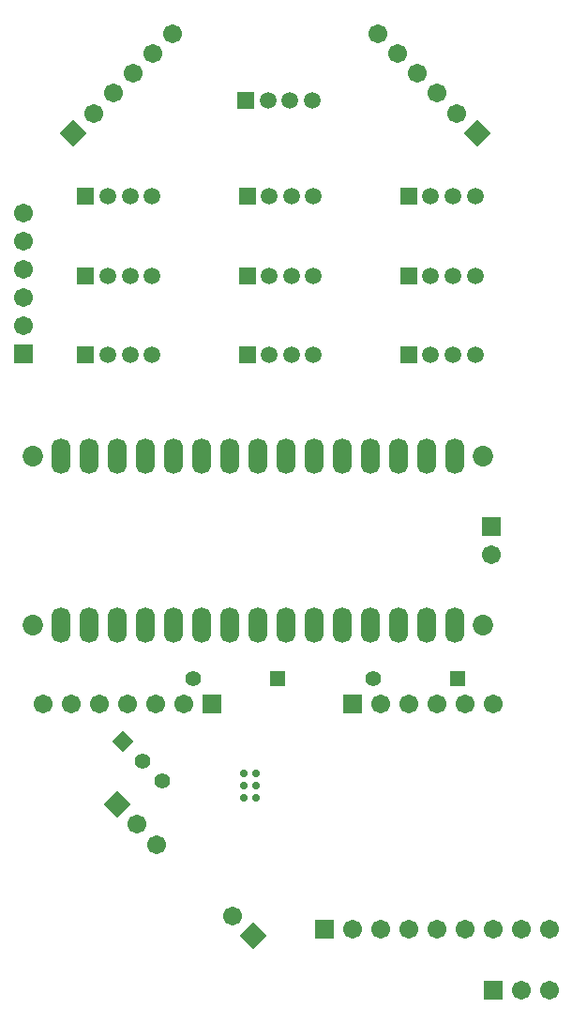
<source format=gts>
G04*
G04 #@! TF.GenerationSoftware,Altium Limited,Altium Designer,19.1.8 (144)*
G04*
G04 Layer_Color=8388736*
%FSLAX25Y25*%
%MOIN*%
G70*
G01*
G75*
%ADD13R,0.06706X0.06706*%
%ADD14C,0.06706*%
%ADD15P,0.09483X4X360.0*%
%ADD16R,0.05524X0.05524*%
%ADD17C,0.05524*%
%ADD18P,0.07813X4X360.0*%
%ADD19R,0.06706X0.06706*%
%ADD20P,0.09483X4X90.0*%
%ADD21R,0.05950X0.05950*%
%ADD22C,0.05950*%
%ADD23O,0.06800X0.12611*%
%ADD24C,0.07296*%
%ADD25C,0.02769*%
D13*
X177000Y181500D02*
D03*
X10400Y242697D02*
D03*
D14*
X177000Y171500D02*
D03*
X50929Y75571D02*
D03*
X58000Y68500D02*
D03*
X137467Y38197D02*
D03*
X147467D02*
D03*
X157467D02*
D03*
X167467D02*
D03*
X177467D02*
D03*
X187467D02*
D03*
X197467D02*
D03*
X127467D02*
D03*
X85000Y43000D02*
D03*
X164681Y328126D02*
D03*
X157610Y335197D02*
D03*
X150539Y342268D02*
D03*
X143468Y349339D02*
D03*
X136397Y356410D02*
D03*
X35379Y328126D02*
D03*
X42450Y335197D02*
D03*
X49521Y342268D02*
D03*
X56592Y349339D02*
D03*
X63663Y356410D02*
D03*
X10400Y252697D02*
D03*
Y262697D02*
D03*
Y272697D02*
D03*
Y282697D02*
D03*
Y292697D02*
D03*
X17467Y118197D02*
D03*
X27467D02*
D03*
X37467D02*
D03*
X47467D02*
D03*
X67467D02*
D03*
X57467D02*
D03*
X137467D02*
D03*
X147467D02*
D03*
X157467D02*
D03*
X167467D02*
D03*
X177467D02*
D03*
X187467Y16697D02*
D03*
X197467D02*
D03*
D15*
X43858Y82642D02*
D03*
X92071Y35929D02*
D03*
X171752Y321055D02*
D03*
D16*
X165000Y127500D02*
D03*
X101000D02*
D03*
D17*
X135000D02*
D03*
X71000D02*
D03*
X52929Y98071D02*
D03*
X60000Y91000D02*
D03*
D18*
X45858Y105142D02*
D03*
D19*
X117467Y38197D02*
D03*
X77467Y118197D02*
D03*
X127467D02*
D03*
X177467Y16697D02*
D03*
D20*
X28308Y321055D02*
D03*
D21*
X32654Y298697D02*
D03*
Y270447D02*
D03*
Y242197D02*
D03*
X147471D02*
D03*
Y270447D02*
D03*
Y298697D02*
D03*
X89589Y332697D02*
D03*
X90062Y298697D02*
D03*
Y270447D02*
D03*
Y242197D02*
D03*
D22*
X40528Y298697D02*
D03*
X48402D02*
D03*
X56276D02*
D03*
X40528Y270447D02*
D03*
X48402D02*
D03*
X56276D02*
D03*
X40528Y242197D02*
D03*
X48402D02*
D03*
X56276D02*
D03*
X155345D02*
D03*
X163219D02*
D03*
X171093D02*
D03*
X155345Y270447D02*
D03*
X163219D02*
D03*
X171093D02*
D03*
X155345Y298697D02*
D03*
X163219D02*
D03*
X171093D02*
D03*
X97463Y332697D02*
D03*
X105337D02*
D03*
X113211D02*
D03*
X97936Y298697D02*
D03*
X105810D02*
D03*
X113684D02*
D03*
X97936Y270447D02*
D03*
X105810D02*
D03*
X113684D02*
D03*
X97936Y242197D02*
D03*
X105810D02*
D03*
X113684D02*
D03*
D23*
X23967Y146197D02*
D03*
X33967D02*
D03*
X43967D02*
D03*
X53967D02*
D03*
X63967D02*
D03*
X73967D02*
D03*
X83967D02*
D03*
X93967D02*
D03*
X103967D02*
D03*
X113967D02*
D03*
X123967D02*
D03*
X133967D02*
D03*
X143967D02*
D03*
X153967D02*
D03*
X163967D02*
D03*
Y206197D02*
D03*
X153967D02*
D03*
X143967D02*
D03*
X133967D02*
D03*
X123967D02*
D03*
X113967D02*
D03*
X103967D02*
D03*
X93967D02*
D03*
X83967D02*
D03*
X73967D02*
D03*
X63967D02*
D03*
X53967D02*
D03*
X43967D02*
D03*
X33967D02*
D03*
X23967D02*
D03*
D24*
X13967Y146197D02*
D03*
Y206197D02*
D03*
X173967D02*
D03*
Y146197D02*
D03*
D25*
X93244Y93610D02*
D03*
X88913D02*
D03*
X93244Y89280D02*
D03*
X88913D02*
D03*
X93244Y84949D02*
D03*
X88913D02*
D03*
M02*

</source>
